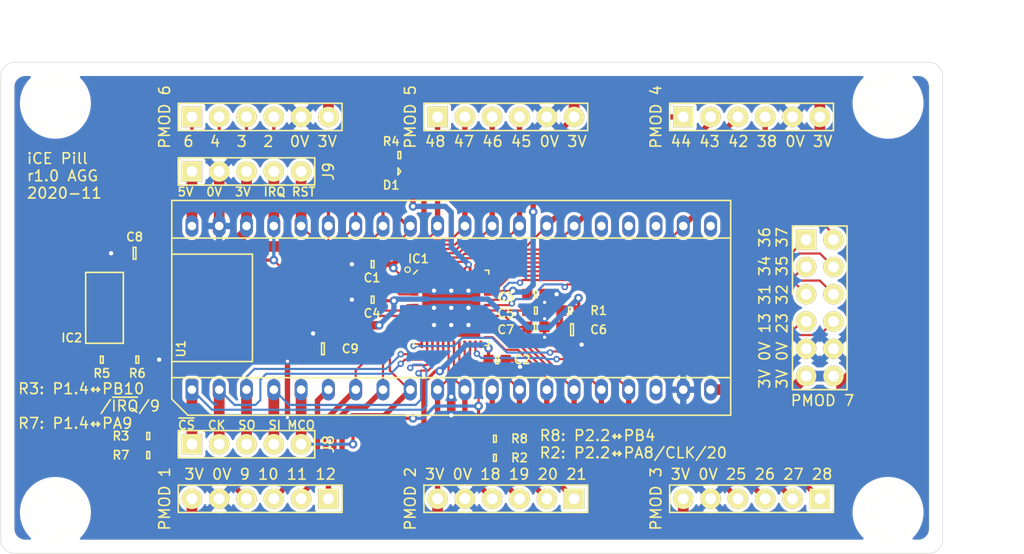
<source format=kicad_pcb>
(kicad_pcb (version 20221018) (generator pcbnew)
  (title_block (title "iCE Pill") (date "2020-11-07") (rev "1") (comment 1 "Drawn by: AG") (comment 2 "License: CC0"))
  (layers (0 "F.Cu" signal) (31 "B.Cu" signal) (34 "B.Paste" user) (35 "F.Paste" user) (36 "B.SilkS" user "B.Silkscreen") (37 "F.SilkS" user "F.Silkscreen") (38 "B.Mask" user) (39 "F.Mask" user) (44 "Edge.Cuts" user))
  (net 0 "")
  (net 1 "GND")
  (net 2 "3v3")
  (net 3 "1v2")
  (net 4 "Net-(C6-Pad1)")
  (net 5 "/C_SI")
  (net 6 "/C_~{CS}")
  (net 7 "/C_CK")
  (net 8 "/C_SO")
  (net 9 "/C_~{RST}")
  (net 10 "/F_~{IRQ}")
  (net 11 "/F_CLK")
  (net 12 "/5V")
  (net 13 "/P1_4")
  (net 14 "/P1_3")
  (net 15 "/P1_2")
  (net 16 "/P1_1")
  (net 17 "/P2_4")
  (net 18 "/P2_3")
  (net 19 "/P2_2")
  (net 20 "/P2_1")
  (net 21 "/P3_4")
  (net 22 "/P3_3")
  (net 23 "/P3_2")
  (net 24 "/P3_1")
  (net 25 "/P4_4")
  (net 26 "/P4_3")
  (net 27 "/P4_2")
  (net 28 "/P4_1")
  (net 29 "/P5_4")
  (net 30 "/P5_3")
  (net 31 "/P5_2")
  (net 32 "/P5_1")
  (net 33 "/P6_4")
  (net 34 "/P6_3")
  (net 35 "/P6_2")
  (net 36 "/P6_1")
  (net 37 "/P7_10")
  (net 38 "/P7_4")
  (net 39 "/P7_9")
  (net 40 "/P7_3")
  (net 41 "/P7_8")
  (net 42 "/P7_2")
  (net 43 "/P7_7")
  (net 44 "/P7_1")
  (net 45 "Net-(D1-Pad1)")
  (net 46 "Net-(D1-Pad2)")
  (net 47 "Net-(IC1-Pad7)")
  (net 48 "Net-(IC1-Pad41)")
  (net 49 "Net-(U1-Pad18)")
  (net 50 "Net-(U1-Pad21)")
  (net 51 "Net-(U1-Pad25)")
  (net 52 "Net-(IC2-Pad1)")
  (net 53 "Net-(U1-Pad24)")
  (net 54 "Net-(U1-Pad23)")
  (net 55 "Net-(R7-Pad2)")
  (net 56 "Net-(R8-Pad2)")
  (footprint "icepill:0603" (layer "F.Cu") (at 96.9772 78.5368)
    (fp_text reference "C2")
    (fp_text value "100n")
  )
  (footprint "icepill:0603" (layer "F.Cu") (at 100.584 72.39)
    (fp_text reference "C3")
    (fp_text value "100n")
  )
  (footprint "icepill:0603" (layer "F.Cu") (at 100.584 73.914)
    (fp_text reference "C5")
    (fp_text value "100n")
  )
  (footprint "icepill:0805" (layer "F.Cu") (at 103.9495 75.692)
    (fp_text reference "C6")
    (fp_text value "10µ")
  )
  (footprint "icepill:0603" (layer "F.Cu") (at 100.584 75.438)
    (fp_text reference "C7")
    (fp_text value "100n")
  )
  (footprint "icepill:Lattice-SG48" (layer "F.Cu") (at 92.71 73.66)
    (fp_text reference "IC1")
    (fp_text value "iCE40UP5K-SG48")
  )
  (footprint "icepill:SIL-254P-05" (layer "F.Cu") (at 73.66 86.36)
    (fp_text reference "J8")
    (fp_text value "FPGA_A")
  )
  (footprint "icepill:SIL-254P-05" (layer "F.Cu") (at 73.66 60.96)
    (fp_text reference "J9")
    (fp_text value "FPGA_B")
  )
  (footprint "icepill:0603" (layer "F.Cu") (at 103.759 73.914 180)
    (fp_text reference "R1")
    (fp_text value "100")
  )
  (footprint "icepill:M3_MOUNT" (layer "F.Cu") (at 55.88 92.71)
    (fp_text reference "X1" hide)
    (fp_text value "M3_MOUNT" hide)
  )
  (footprint "icepill:M3_MOUNT" (layer "F.Cu") (at 133.35 92.71)
    (fp_text reference "X2" hide)
    (fp_text value "M3_MOUNT" hide)
  )
  (footprint "icepill:M3_MOUNT" (layer "F.Cu") (at 133.35 54.61)
    (fp_text reference "X3" hide)
    (fp_text value "M3_MOUNT" hide)
  )
  (footprint "icepill:M3_MOUNT" (layer "F.Cu") (at 55.88 54.61)
    (fp_text reference "X4" hide)
    (fp_text value "M3_MOUNT" hide)
  )
  (footprint "icepill:0805" (layer "F.Cu") (at 63.246 68.58 180)
    (fp_text reference "C8")
    (fp_text value "10µ")
  )
  (footprint "icepill:DIL-254P-12" (layer "F.Cu") (at 127 73.66 -90)
    (fp_text reference "J7")
    (fp_text value "PMOD_7")
  )
  (footprint "icepill:SIL-254P-06" (layer "F.Cu") (at 74.93 91.44 180)
    (fp_text reference "J1")
    (fp_text value "PMOD_1")
  )
  (footprint "icepill:SIL-254P-06" (layer "F.Cu") (at 97.79 91.44 180)
    (fp_text reference "J2")
    (fp_text value "PMOD_2")
  )
  (footprint "icepill:SIL-254P-06" (layer "F.Cu") (at 120.65 91.44 180)
    (fp_text reference "J3")
    (fp_text value "PMOD_3")
  )
  (footprint "icepill:SIL-254P-06" (layer "F.Cu") (at 120.65 55.88)
    (fp_text reference "J4")
    (fp_text value "PMOD_4")
  )
  (footprint "icepill:SIL-254P-06" (layer "F.Cu") (at 97.79 55.88)
    (fp_text reference "J5")
    (fp_text value "PMOD_5")
  )
  (footprint "icepill:SIL-254P-06" (layer "F.Cu") (at 74.93 55.88)
    (fp_text reference "J6")
    (fp_text value "PMOD_6")
  )
  (footprint "icepill:BlackPill" (layer "F.Cu") (at 92.71 73.66 90)
    (fp_text reference "U1")
    (fp_text value "BlackPill")
  )
  (footprint "icepill:0603" (layer "F.Cu") (at 96.774 85.852 180)
    (fp_text reference "R8")
    (fp_text value "DNF")
  )
  (footprint "icepill:0603" (layer "F.Cu") (at 85.3948 69.596 180)
    (fp_text reference "C1")
    (fp_text value "100n")
  )
  (footprint "icepill:0603" (layer "F.Cu") (at 85.3948 72.898 180)
    (fp_text reference "C4")
    (fp_text value "100n")
  )
  (footprint "icepill:0603" (layer "F.Cu") (at 64.516 87.376)
    (fp_text reference "R7")
    (fp_text value "DNF")
  )
  (footprint "icepill:0603" (layer "F.Cu") (at 96.774 87.63)
    (fp_text reference "R2")
    (fp_text value "0")
  )
  (footprint "icepill:0603" (layer "F.Cu") (at 64.516 85.598 180)
    (fp_text reference "R3")
    (fp_text value "0")
  )
  (footprint "icepill:0603" (layer "F.Cu") (at 87.884 59.436 180)
    (fp_text reference "R4")
    (fp_text value "100")
  )
  (footprint "icepill:0603-LED" (layer "F.Cu") (at 87.884 60.96 180)
    (fp_text reference "D1")
    (fp_text value "LED")
  )
  (footprint "icepill:SOT223" (layer "F.Cu") (at 63.5 73.66 90)
    (fp_text reference "IC2")
    (fp_text value "AZ1117H-1.2" hide)
  )
  (footprint "icepill:0603" (layer "F.Cu") (at 60.198 78.486)
    (fp_text reference "R5")
    (fp_text value "DNF")
  )
  (footprint "icepill:0603" (layer "F.Cu") (at 63.5 78.486)
    (fp_text reference "R6")
    (fp_text value "0")
  )
  (footprint "icepill:0805" (layer "F.Cu") (at 80.772 77.47 180)
    (fp_text reference "C9")
    (fp_text value "10µ")
  )
  (gr_circle (center 88.646 70.104) (end 88.9 70.104) (stroke (width 0.12)) (fill none) (layer "F.SilkS"))
  (gr_line (start 50.8 95.25) (end 50.8 52.07) (stroke (width 0.05)) (layer "Edge.Cuts"))
  (gr_line (start 138.43 52.07) (end 138.43 95.25) (stroke (width 0.05)) (layer "Edge.Cuts"))
  (gr_arc (start 50.8 52.07) (mid 51.171974 51.171974) (end 52.07 50.8) (stroke (width 0.05)) (layer "Edge.Cuts"))
  (gr_line (start 137.16 96.52) (end 52.07 96.52) (stroke (width 0.05)) (layer "Edge.Cuts"))
  (gr_line (start 52.07 50.8) (end 137.16 50.8) (stroke (width 0.05)) (layer "Edge.Cuts"))
  (gr_arc (start 137.16 50.8) (mid 138.058026 51.171974) (end 138.43 52.07) (stroke (width 0.05)) (layer "Edge.Cuts"))
  (gr_arc (start 52.07 96.52) (mid 51.171974 96.148026) (end 50.8 95.25) (stroke (width 0.05)) (layer "Edge.Cuts"))
  (gr_arc (start 138.43 95.25) (mid 138.058026 96.148026) (end 137.16 96.52) (stroke (width 0.05)) (layer "Edge.Cuts"))
  (gr_text "R3: P1.4⇿PB10\n          /~{IRQ}/9\nR7: P1.4⇿PA9" (at 52.324 82.804) (layer "F.SilkS") (effects (font (size 1 1)) (justify left)))
  (gr_text "PMOD 2" (at 88.9 91.44 90) (layer "F.SilkS") (effects (font (size 1 1))))
  (gr_text "PMOD 3" (at 111.76 91.44 90) (layer "F.SilkS") (effects (font (size 1 1))))
  (gr_text "PMOD 4" (at 111.76 55.88 90) (layer "F.SilkS") (effects (font (size 1 1))))
  (gr_text "PMOD 5" (at 88.9 55.88 90) (layer "F.SilkS") (effects (font (size 1 1))))
  (gr_text "PMOD 6" (at 66.04 55.88 90) (layer "F.SilkS") (effects (font (size 1 1))))
  (gr_text "PMOD 7" (at 127.254 82.296) (layer "F.SilkS") (effects (font (size 1 1))))
  (gr_text "48 47 46 45 0V 3V" (at 97.79 58.166) (layer "F.SilkS") (effects (font (size 1 1))))
  (gr_text "44 43 42 38 0V 3V" (at 120.65 58.166) (layer "F.SilkS") (effects (font (size 1 1))))
  (gr_text "3V 0V 18 19 20 21" (at 97.79 89.154) (layer "F.SilkS") (effects (font (size 1 1))))
  (gr_text "3V 0V 25 26 27 28" (at 120.65 89.154) (layer "F.SilkS") (effects (font (size 1 1))))
  (gr_text "3V 0V 9 10 11 12" (at 74.93 89.154) (layer "F.SilkS") (effects (font (size 1 1))))
  (gr_text "3V 0V 13 31 34 36\n3V 0V 23 32 35 37" (at 122.682 73.66 90) (layer "F.SilkS") (effects (font (size 1 1))))
  (gr_text "5V  0V  3V  ~{IRQ} ~{RST}" (at 73.66 62.865) (layer "F.SilkS") (effects (font (size 0.8 0.8))))
  (gr_text "~{CS}  CK  SO  SI MCO" (at 73.66 84.582) (layer "F.SilkS") (effects (font (size 0.8 0.8))))
  (gr_text "R8: P2.2⇿PB4\nR2: P2.2⇿PA8/CLK/20" (at 100.838 86.36) (layer "F.SilkS") (effects (font (size 1 1)) (justify left)))
  (gr_text "PMOD 1" (at 66.04 91.44 90) (layer "F.SilkS") (effects (font (size 1 1))))
  (gr_text "6  4  3  2  0V 3V" (at 74.93 58.166) (layer "F.SilkS") (effects (font (size 1 1))))
  (gr_text "iCE Pill\nr1.0 AGG\n2020-11" (at 53.1368 61.3664) (layer "F.SilkS") (effects (font (size 1 1)) (justify left)))
  (segment (start 98.9584 78.9432) (end 98.9584 78.994) (width 0.3) (layer "F.Cu") (net 1))
  (segment (start 97.7772 78.5368) (end 98.552 78.5368) (width 0.3) (layer "F.Cu") (net 1))
  (segment (start 104.8495 75.692) (end 104.8495 77.078) (width 0.3) (layer "F.Cu") (net 1))
  (segment (start 101.384 74.6632) (end 101.3968 74.676) (width 0.3) (layer "F.Cu") (net 1))
  (segment (start 101.384 75.438) (end 101.384 76.3904) (width 0.3) (layer "F.Cu") (net 1))
  (segment (start 84.5948 72.898) (end 83.4644 72.898) (width 0.3) (layer "F.Cu") (net 1))
  (segment (start 101.384 72.39) (end 102.5144 72.39) (width 0.3) (layer "F.Cu") (net 1))
  (segment (start 101.384 74.638) (end 101.384 74.6632) (width 0.3) (layer "F.Cu") (net 1))
  (segment (start 104.8495 77.078) (end 104.8385 77.089) (width 0.3) (layer "F.Cu") (net 1))
  (segment (start 79.872 76.062) (end 79.8576 76.0476) (width 0.8) (layer "F.Cu") (net 1))
  (segment (start 71.12 60.96) (end 71.12 66.04) (width 1) (layer "F.Cu") (net 1))
  (segment (start 79.872 77.47) (end 79.872 76.062) (width 0.8) (layer "F.Cu") (net 1))
  (segment (start 64.3 78.486) (end 65.532 78.486) (width 0.5) (layer "F.Cu") (net 1))
  (segment (start 98.9584 78.994) (end 99.1108 79.1464) (width 0.3) (layer "F.Cu") (net 1))
  (segment (start 84.5948 69.596) (end 83.4644 69.596) (width 0.3) (layer "F.Cu") (net 1))
  (segment (start 101.384 73.1392) (end 101.3968 73.152) (width 0.3) (layer "F.Cu") (net 1))
  (segment (start 101.384 76.3904) (end 101.3968 76.4032) (width 0.3) (layer "F.Cu") (net 1))
  (segment (start 101.384 73.914) (end 101.384 74.638) (width 0.3) (layer "F.Cu") (net 1))
  (segment (start 101.384 73.1392) (end 101.384 73.914) (width 0.3) (layer "F.Cu") (net 1))
  (segment (start 62.346 68.58) (end 61.0616 68.58) (width 0.8) (layer "F.Cu") (net 1))
  (segment (start 98.552 78.5368) (end 98.9584 78.9432) (width 0.3) (layer "F.Cu") (net 1))
  (segment (start 101.384 74.638) (end 101.384 75.438) (width 0.3) (layer "F.Cu") (net 1))
  (segment (start 92.71 81.9404) (end 92.71 83.6676) (width 0.8) (layer "F.Cu") (net 1))
  (segment (start 101.384 72.39) (end 101.384 73.1392) (width 0.3) (layer "F.Cu") (net 1))
  (segment (start 77.47 78.6384) (end 77.47 83.8708) (width 0.5) (layer "F.Cu") (net 1))
  (via (at 61.0616 68.58) (size 0.8) (drill 0.4) (layers "F.Cu" "B.Cu") (net 1))
  (via (at 102.5144 72.39) (size 0.8) (drill 0.4) (layers "F.Cu" "B.Cu") (net 1))
  (via (at 101.3968 73.152) (size 0.6) (drill 0.3) (layers "F.Cu" "B.Cu") (net 1))
  (via (at 65.532 78.486) (size 0.8) (drill 0.4) (layers "F.Cu" "B.Cu") (net 1))
  (via (at 104.8385 77.089) (size 0.8) (drill 0.4) (layers "F.Cu" "B.Cu") (net 1))
  (via (at 77.47 83.8708) (size 0.6) (drill 0.3) (layers "F.Cu" "B.Cu") (net 1))
  (via (at 79.8576 76.0476) (size 0.8) (drill 0.4) (layers "F.Cu" "B.Cu") (net 1))
  (via (at 83.4644 69.596) (size 0.8) (drill 0.4) (layers "F.Cu" "B.Cu") (net 1))
  (via (at 101.3968 76.4032) (size 0.6) (drill 0.3) (layers "F.Cu" "B.Cu") (net 1))
  (via (at 99.1108 79.1464) (size 0.8) (drill 0.4) (layers "F.Cu" "B.Cu") (net 1))
  (via (at 83.4644 72.898) (size 0.8) (drill 0.4) (layers "F.Cu" "B.Cu") (net 1))
  (via (at 77.47 78.6384) (size 0.6) (drill 0.3) (layers "F.Cu" "B.Cu") (net 1))
  (via (at 92.71 81.9404) (size 0.8) (drill 0.4) (layers "F.Cu" "B.Cu") (net 1))
  (via (at 101.3968 74.676) (size 0.6) (drill 0.3) (layers "F.Cu" "B.Cu") (net 1))
  (via (at 92.71 83.6676) (size 0.8) (drill 0.4) (layers "F.Cu" "B.Cu") (net 1))
  (segment (start 98.3996 72.0852) (end 99.4792 72.0852) (width 0.2) (layer "F.Cu") (net 2))
  (segment (start 126.0348 53.6448) (end 127 54.61) (width 1) (layer "F.Cu") (net 2))
  (segment (start 91.6432 93.726) (end 114.2492 93.726) (width 1) (layer "F.Cu") (net 2))
  (segment (start 89.3572 53.6448) (end 81.2292 53.6448) (width 1) (layer "F.Cu") (net 2))
  (segment (start 91.44 91.44) (end 91.44 93.5228) (width 1) (layer "F.Cu") (net 2))
  (segment (start 100.33 59.69) (end 104.14 55.88) (width 0.5) (layer "F.Cu") (net 2))
  (segment (start 64.2476 68.4784) (end 64.146 68.58) (width 1) (layer "F.Cu") (net 2))
  (segment (start 90.17 66.7512) (end 90.17 59.436) (width 0.5) (layer "F.Cu") (net 2))
  (segment (start 88.2836 70.91) (end 87.3252 69.9516) (width 0.2) (layer "F.Cu") (net 2))
  (segment (start 95.8052 77.06) (end 96.1772 77.432) (width 0.2) (layer "F.Cu") (net 2))
  (segment (start 72.263 67.945) (end 66.167 67.945) (width 1) (layer "F.Cu") (net 2))
  (segment (start 89.31 70.91) (end 88.2836 70.91) (width 0.2) (layer "F.Cu") (net 2))
  (segment (start 65.6844 54.4576) (end 65.6844 68.4276) (width 1) (layer "F.Cu") (net 2))
  (segment (start 68.58 93.0148) (end 69.2912 93.726) (width 1) (layer "F.Cu") (net 2))
  (segment (start 89.5096 53.7972) (end 89.3572 53.6448) (width 0.5) (layer "F.Cu") (net 2))
  (segment (start 128.27 93.726) (end 129.032 92.964) (width 1) (layer "F.Cu") (net 2))
  (segment (start 65.6844 68.4276) (end 65.6336 68.4784) (width 1) (layer "F.Cu") (net 2))
  (segment (start 87.3252 69.596) (end 90.17 66.7512) (width 0.5) (layer "F.Cu") (net 2))
  (segment (start 90.17 86.6648) (end 90.17 80.518) (width 0.5) (layer "F.Cu") (net 2))
  (segment (start 103.9876 53.6448) (end 126.0348 53.6448) (width 1) (layer "F.Cu") (net 2))
  (segment (start 89.5096 57.3532) (end 89.5096 53.7972) (width 0.5) (layer "F.Cu") (net 2))
  (segment (start 94.7928 78.7908) (end 95.9232 78.7908) (width 0.2) (layer "F.Cu") (net 2))
  (segment (start 127 54.61) (end 127 55.88) (width 1) (layer "F.Cu") (net 2))
  (segment (start 125.73 80.01) (end 128.27 80.01) (width 1) (layer "F.Cu") (net 2))
  (segment (start 100.33 64.7192) (end 100.33 59.69) (width 0.5) (layer "F.Cu") (net 2))
  (segment (start 114.3 91.44) (end 114.3 93.6752) (width 1) (layer "F.Cu") (net 2))
  (segment (start 68.58 91.44) (end 68.58 93.0148) (width 1) (layer "F.Cu") (net 2))
  (segment (start 91.44 87.9348) (end 90.17 86.6648) (width 0.5) (layer "F.Cu") (net 2))
  (segment (start 66.167 67.945) (end 65.6336 68.4784) (width 1) (layer "F.Cu") (net 2))
  (segment (start 99.4792 72.0852) (end 99.784 72.39) (width 0.2) (layer "F.Cu") (net 2))
  (segment (start 86.9696 69.596) (end 87.3252 69.9516) (width 0.5) (layer "F.Cu") (net 2))
  (segment (start 129.032 92.964) (end 129.032 80.772) (width 1) (layer "F.Cu") (net 2))
  (segment (start 124.46 81.28) (end 125.73 80.01) (width 1) (layer "F.Cu") (net 2))
  (segment (start 94.46 77.06) (end 94.46 78.458) (width 0.2) (layer "F.Cu") (net 2))
  (segment (start 104.14 53.7972) (end 103.9876 53.6448) (width 1) (layer "F.Cu") (net 2))
  (segment (start 73.66 60.96) (end 73.66 66.04) (width 1) (layer "F.Cu") (net 2))
  (segment (start 96.11 72.41) (end 97.0588 72.41) (width 0.2) (layer "F.Cu") (net 2))
  (segment (start 73.66 66.04) (end 73.66 66.548) (width 1) (layer "F.Cu") (net 2))
  (segment (start 91.2368 79.5528) (end 91.6432 79.5528) (width 0.3) (layer "F.Cu") (net 2))
  (segment (start 86.1948 69.596) (end 86.9696 69.596) (width 0.5) (layer "F.Cu") (net 2))
  (segment (start 90.2716 80.518) (end 91.2368 79.5528) (width 0.3) (layer "F.Cu") (net 2))
  (segment (start 90.17 80.518) (end 90.2716 80.518) (width 0.3) (layer "F.Cu") (net 2))
  (segment (start 97.0588 72.41) (end 97.3836 72.0852) (width 0.2) (layer "F.Cu") (net 2))
  (segment (start 69.2912 93.726) (end 91.6432 93.726) (width 1) (layer "F.Cu") (net 2))
  (segment (start 103.9876 53.6448) (end 89.3572 53.6448) (width 1) (layer "F.Cu") (net 2))
  (segment (start 64.146 68.58) (end 64.146 70.714) (width 1) (layer "F.Cu") (net 2))
  (segment (start 94.46 78.458) (end 94.7928 78.7908) (width 0.2) (layer "F.Cu") (net 2))
  (segment (start 98.3996 72.0852) (end 98.4504 72.0852) (width 0.2) (layer "F.Cu") (net 2))
  (segment (start 91.44 91.44) (end 91.44 87.9348) (width 0.5) (layer "F.Cu") (net 2))
  (segment (start 90.17 58.0136) (end 89.5096 57.3532) (width 0.5) (layer "F.Cu") (net 2))
  (segment (start 114.3 93.6752) (end 114.2492 93.726) (width 1) (layer "F.Cu") (net 2))
  (segment (start 95.9232 78.7908) (end 96.1772 78.5368) (width 0.2) (layer "F.Cu") (net 2))
  (segment (start 66.4972 53.6448) (end 65.6844 54.4576) (width 1) (layer "F.Cu") (net 2))
  (segment (start 91.44 93.5228) (end 91.6432 93.726) (width 1) (layer "F.Cu") (net 2))
  (segment (start 104.14 55.88) (end 104.14 53.7972) (width 1) (layer "F.Cu") (net 2))
  (segment (start 65.6336 68.4784) (end 64.2476 68.4784) (width 1) (layer "F.Cu") (net 2))
  (segment (start 130.7592 65.024) (end 130.7592 79.0448) (width 1) (layer "F.Cu") (net 2))
  (segment (start 64.146 70.714) (end 63.5 71.36) (width 1) (layer "F.Cu") (net 2))
  (segment (start 95.46 77.06) (end 95.8052 77.06) (width 0.2) (layer "F.Cu") (net 2))
  (segment (start 114.2492 93.726) (end 128.27 93.726) (width 1) (layer "F.Cu") (net 2))
  (segment (start 127 61.2648) (end 130.7592 65.024) (width 1) (layer "F.Cu") (net 2))
  (segment (start 96.1772 77.432) (end 96.1772 78.5368) (width 0.3) (layer "F.Cu") (net 2))
  (segment (start 130.7592 79.0448) (end 129.032 80.772) (width 1) (layer "F.Cu") (net 2))
  (segment (start 97.3836 72.0852) (end 98.2472 72.0852) (width 0.2) (layer "F.Cu") (net 2))
  (segment (start 81.2292 53.6448) (end 66.4972 53.6448) (width 1) (layer "F.Cu") (net 2))
  (segment (start 98.2472 72.0852) (end 98.3996 72.0852) (width 0.2) (layer "F.Cu") (net 2))
  (segment (start 86.1948 69.596) (end 87.3252 69.596) (width 0.5) (layer "F.Cu") (net 2))
  (segment (start 129.032 80.772) (end 128.27 80.01) (width 1) (layer "F.Cu") (net 2))
  (segment (start 81.28 53.6956) (end 81.2292 53.6448) (width 1) (layer "F.Cu") (net 2))
  (segment (start 88.684 59.436) (end 90.17 59.436) (width 0.5) (layer "F.Cu") (net 2))
  (segment (start 73.66 66.548) (end 72.263 67.945) (width 1) (layer "F.Cu") (net 2))
  (segment (start 87.3252 69.9516) (end 87.3252 69.596) (width 0.5) (layer "F.Cu") (net 2))
  (segment (start 127 55.88) (end 127 61.2648) (width 1) (layer "F.Cu") (net 2))
  (segment (start 90.17 59.436) (end 90.17 58.0136) (width 0.5) (layer "F.Cu") (net 2))
  (segment (start 81.28 55.88) (end 81.28 53.6956) (width 1) (layer "F.Cu") (net 2))
  (segment (start 116.84 81.28) (end 124.46 81.28) (width 1) (layer "F.Cu") (net 2))
  (via (at 87.3252 69.9516) (size 0.8) (drill 0.4) (layers "F.Cu" "B.Cu") (net 2))
  (via (at 100.33 64.7192) (size 0.8) (drill 0.4) (layers "F.Cu" "B.Cu") (net 2))
  (via (at 91.6432 79.5528) (size 0.8) (drill 0.4) (layers "F.Cu" "B.Cu") (net 2))
  (via (at 96.1772 77.432) (size 0.8) (drill 0.4) (layers "F.Cu" "B.Cu") (net 2))
  (via (at 98.4504 72.0852) (size 0.8) (drill 0.4) (layers "F.Cu" "B.Cu") (net 2))
  (segment (start 100.33 71.5264) (end 99.6696 72.1868) (width 0.5) (layer "B.Cu") (net 2))
  (segment (start 100.33 64.7192) (end 100.33 71.5264) (width 0.5) (layer "B.Cu") (net 2))
  (segment (start 96.1772 77.432) (end 95.8596 77.1144) (width 0.5) (layer "B.Cu") (net 2))
  (segment (start 95.8596 77.1144) (end 94.0816 77.1144) (width 0.5) (layer "B.Cu") (net 2))
  (segment (start 99.6696 72.1868) (end 98.552 72.1868) (width 0.5) (layer "B.Cu") (net 2))
  (segment (start 128.27 80.01) (end 125.73 80.01) (width 1) (layer "B.Cu") (net 2))
  (segment (start 98.552 72.1868) (end 98.4504 72.0852) (width 0.5) (layer "B.Cu") (net 2))
  (segment (start 94.0816 77.1144) (end 91.6432 79.5528) (width 0.5) (layer "B.Cu") (net 2))
  (segment (start 98.6496 73.91) (end 98.6496 74.172) (width 0.2) (layer "F.Cu") (net 3))
  (segment (start 98.802 73.91) (end 98.9036 73.91) (width 0.2) (layer "F.Cu") (net 3))
  (segment (start 104.559 73.914) (end 104.559 72.7582) (width 0.3) (layer "F.Cu") (net 3))
  (segment (start 77.3938 67.945) (end 74.422 67.945) (width 1) (layer "F.Cu") (net 3))
  (segment (start 86.144 72.9996) (end 86.0424 72.898) (width 0.2) (layer "F.Cu") (net 3))
  (segment (start 98.9036 73.91) (end 98.9076 73.914) (width 0.2) (layer "F.Cu") (net 3))
  (segment (start 74.422 67.945) (end 72.898 69.469) (width 1) (layer "F.Cu") (net 3))
  (segment (start 59.398 77.686) (end 58.928 77.216) (width 0.3) (layer "F.Cu") (net 3))
  (segment (start 79.9592 73.5076) (end 79.9592 70.5104) (width 0.8) (layer "F.Cu") (net 3))
  (segment (start 87.376 72.9996) (end 86.144 72.9996) (width 0.3) (layer "F.Cu") (net 3))
  (segment (start 81.672 75.3508) (end 81.7372 75.2856) (width 0.8) (layer "F.Cu") (net 3))
  (segment (start 89.31 72.91) (end 87.4656 72.91) (width 0.2) (layer "F.Cu") (net 3))
  (segment (start 65.024 73.66) (end 63.5 73.66) (width 1) (layer "F.Cu") (net 3))
  (segment (start 96.11 73.91) (end 98.6496 73.91) (width 0.2) (layer "F.Cu") (net 3))
  (segment (start 63.5 73.66) (end 57.4 73.66) (width 1) (layer "F.Cu") (net 3))
  (segment (start 66.675 69.469) (end 65.786 70.358) (width 1) (layer "F.Cu") (net 3))
  (segment (start 65.786 72.898) (end 65.024 73.66) (width 1) (layer "F.Cu") (net 3))
  (segment (start 59.398 78.486) (end 59.398 77.686) (width 0.3) (layer "F.Cu") (net 3))
  (segment (start 98.9076 73.914) (end 99.784 73.914) (width 0.2) (layer "F.Cu") (net 3))
  (segment (start 81.672 77.47) (end 81.672 75.3508) (width 0.8) (layer "F.Cu") (net 3))
  (segment (start 78.74 69.2912) (end 77.3938 67.945) (width 1) (layer "F.Cu") (net 3))
  (segment (start 65.786 70.358) (end 65.786 72.898) (width 1) (layer "F.Cu") (net 3))
  (segment (start 72.898 69.469) (end 66.675 69.469) (width 1) (layer "F.Cu") (net 3))
  (segment (start 98.6496 73.91) (end 98.802 73.91) (width 0.2) (layer "F.Cu") (net 3))
  (segment (start 79.9592 70.5104) (end 78.74 69.2912) (width 0.8) (layer "F.Cu") (net 3))
  (segment (start 98.6496 74.172) (end 98.6028 74.2188) (width 0.2) (layer "F.Cu") (net 3))
  (segment (start 87.4656 72.91) (end 87.376 72.9996) (width 0.2) (layer "F.Cu") (net 3))
  (segment (start 104.559 72.7582) (end 104.5464 72.7456) (width 0.3) (layer "F.Cu") (net 3))
  (segment (start 86.0044 75.2856) (end 81.7372 75.2856) (width 0.8) (layer "F.Cu") (net 3))
  (segment (start 81.7372 75.2856) (end 79.9592 73.5076) (width 0.8) (layer "F.Cu") (net 3))
  (via (at 98.6028 74.2188) (size 0.8) (drill 0.4) (layers "F.Cu" "B.Cu") (net 3))
  (via (at 87.376 72.9996) (size 0.8) (drill 0.4) (layers "F.Cu" "B.Cu") (net 3))
  (via (at 104.5464 72.7456) (size 0.8) (drill 0.4) (layers "F.Cu" "B.Cu") (net 3))
  (via (at 86.0044 75.2856) (size 0.8) (drill 0.4) (layers "F.Cu" "B.Cu") (net 3))
  (segment (start 101.8032 75.4888) (end 104.5464 72.7456) (width 0.5) (layer "B.Cu") (net 3))
  (segment (start 87.5284 72.8472) (end 87.376 72.9996) (width 0.5) (layer "B.Cu") (net 3))
  (segment (start 98.6028 74.2188) (end 99.8728 75.4888) (width 0.5) (layer "B.Cu") (net 3))
  (segment (start 98.6028 74.2188) (end 97.4852 74.2188) (width 0.5) (layer "B.Cu") (net 3))
  (segment (start 87.376 73.914) (end 86.0044 75.2856) (width 0.5) (layer "B.Cu") (net 3))
  (segment (start 99.8728 75.4888) (end 101.8032 75.4888) (width 0.5) (layer "B.Cu") (net 3))
  (segment (start 90.4748 72.8472) (end 87.5284 72.8472) (width 0.5) (layer "B.Cu") (net 3))
  (segment (start 87.376 72.9996) (end 87.376 73.914) (width 0.5) (layer "B.Cu") (net 3))
  (segment (start 96.1136 72.8472) (end 94.8436 72.8472) (width 0.5) (layer "B.Cu") (net 3))
  (segment (start 97.4852 74.2188) (end 96.1136 72.8472) (width 0.5) (layer "B.Cu") (net 3))
  (segment (start 94.8436 72.8472) (end 90.4748 72.8472) (width 0.3) (layer "B.Cu") (net 3))
  (segment (start 99.784 75.8572) (end 101.0412 77.1144) (width 0.3) (layer "F.Cu") (net 4))
  (segment (start 101.0412 77.1144) (end 102.6541 77.1144) (width 0.3) (layer "F.Cu") (net 4))
  (segment (start 97.6764 74.41) (end 98.7044 75.438) (width 0.2) (layer "F.Cu") (net 4))
  (segment (start 102.959 73.914) (end 102.959 75.6015) (width 0.3) (layer "F.Cu") (net 4))
  (segment (start 102.959 75.6015) (end 103.0495 75.692) (width 0.3) (layer "F.Cu") (net 4))
  (segment (start 98.7044 75.438) (end 99.784 75.438) (width 0.2) (layer "F.Cu") (net 4))
  (segment (start 102.6541 77.1144) (end 103.0495 76.719) (width 0.3) (layer "F.Cu") (net 4))
  (segment (start 99.784 75.438) (end 99.784 75.8572) (width 0.3) (layer "F.Cu") (net 4))
  (segment (start 96.11 74.41) (end 97.6764 74.41) (width 0.2) (layer "F.Cu") (net 4))
  (segment (start 103.0495 76.719) (end 103.0495 75.692) (width 0.3) (layer "F.Cu") (net 4))
  (segment (start 91.96 78.093) (end 90.551 79.502) (width 0.2) (layer "F.Cu") (net 5))
  (segment (start 90.551 79.502) (end 89.916 79.502) (width 0.2) (layer "F.Cu") (net 5))
  (segment (start 91.96 77.06) (end 91.96 78.093) (width 0.2) (layer "F.Cu") (net 5))
  (segment (start 89.916 79.502) (end 89.662 79.756) (width 0.2) (layer "F.Cu") (net 5))
  (segment (start 76.2 81.28) (end 76.2 86.36) (width 1) (layer "F.Cu") (net 5))
  (via (at 89.662 79.756) (size 0.6) (drill 0.3) (layers "F.Cu" "B.Cu") (net 5))
  (segment (start 89.9 82.2) (end 89.9 79.994) (width 0.2) (layer "B.Cu") (net 5))
  (segment (start 89.662 79.756) (end 89.518 79.9) (width 0.2) (layer "B.Cu") (net 5))
  (segment (start 89.4 82.7) (end 89.9 82.2) (width 0.2) (layer "B.Cu") (net 5))
  (segment (start 76.2 81.28) (end 77.62 82.7) (width 0.2) (layer "B.Cu") (net 5))
  (segment (start 89.9 79.994) (end 89.662 79.756) (width 0.2) (layer "B.Cu") (net 5))
  (segment (start 77.62 82.7) (end 89.4 82.7) (width 0.2) (layer "B.Cu") (net 5))
  (segment (start 90.424 78.994) (end 89.154 78.994) (width 0.2) (layer "F.Cu") (net 6))
  (segment (start 68.58 86.36) (end 68.58 81.28) (width 1) (layer "F.Cu") (net 6))
  (segment (start 89.154 78.994) (end 88.9 79.248) (width 0.2) (layer "F.Cu") (net 6))
  (segment (start 91.46 77.958) (end 90.424 78.994) (width 0.2) (layer "F.Cu") (net 6))
  (segment (start 91.46 77.06) (end 91.46 77.958) (width 0.2) (layer "F.Cu") (net 6))
  (via (at 88.9 79.248) (size 0.6) (drill 0.3) (layers "F.Cu" "B.Cu") (net 6))
  (segment (start 89.948001 78.948001) (end 89.199999 78.948001) (width 0.2) (layer "B.Cu") (net 6))
  (segment (start 70.45 83.15) (end 90.05 83.15) (width 0.2) (layer "B.Cu") (net 6))
  (segment (start 68.58 81.28) (end 70.45 83.15) (width 0.2) (layer "B.Cu") (net 6))
  (segment (start 90.4 82.8) (end 90.4 79.4) (width 0.2) (layer "B.Cu") (net 6))
  (segment (start 90.4 79.4) (end 89.948001 78.948001) (width 0.2) (layer "B.Cu") (net 6))
  (segment (start 89.199999 78.948001) (end 88.9 79.248) (width 0.2) (layer "B.Cu") (net 6))
  (segment (start 90.05 83.15) (end 90.4 82.8) (width 0.2) (layer "B.Cu") (net 6))
  (segment (start 90.297 78.486) (end 88.392 78.486) (width 0.2) (layer "F.Cu") (net 7))
  (segment (start 90.96 77.823) (end 90.297 78.486) (width 0.2) (layer "F.Cu") (net 7))
  (segment (start 88.392 78.486) (end 88.011 78.867) (width 0.2) (layer "F.Cu") (net 7))
  (segment (start 71.12 81.28) (end 71.12 86.36) (width 1) (layer "F.Cu") (net 7))
  (segment (start 90.96 77.06) (end 90.96 77.823) (width 0.2) (layer "F.Cu") (net 7))
  (via (at 88.011 78.867) (size 0.6) (drill 0.3) (layers "F.Cu" "B.Cu") (net 7))
  (segment (start 87.078 79.8) (end 88.011 78.867) (width 0.2) (layer "B.Cu") (net 7))
  (segment (start 74.5 82.7) (end 74.95 82.25) (width 0.2) (layer "B.Cu") (net 7))
  (segment (start 75.5 79.8) (end 87.078 79.8) (width 0.2) (layer "B.Cu") (net 7))
  (segment (start 74.95 80.35) (end 75.5 79.8) (width 0.2) (layer "B.Cu") (net 7))
  (segment (start 74.95 82.25) (end 74.95 80.35) (width 0.2) (layer "B.Cu") (net 7))
  (segment (start 72.54 82.7) (end 74.5 82.7) (width 0.2) (layer "B.Cu") (net 7))
  (segment (start 71.12 81.28) (end 72.54 82.7) (width 0.2) (layer "B.Cu") (net 7))
  (segment (start 90.17 77.978) (end 88.011 77.978) (width 0.2) (layer "F.Cu") (net 8))
  (segment (start 90.46 77.688) (end 90.17 77.978) (width 0.2) (layer "F.Cu") (net 8))
  (segment (start 73.66 86.36) (end 73.66 81.28) (width 1) (layer "F.Cu") (net 8))
  (segment (start 90.46 77.06) (end 90.46 77.688) (width 0.2) (layer "F.Cu") (net 8))
  (via (at 88.011 77.978) (size 0.6) (drill 0.3) (layers "F.Cu" "B.Cu") (net 8))
  (segment (start 73.66 80.08) (end 73.66 81.28) (width 0.2) (layer "B.Cu") (net 8))
  (segment (start 74.39 79.35) (end 73.66 80.08) (width 0.2) (layer "B.Cu") (net 8))
  (segment (start 88.011 77.978) (end 86.639 79.35) (width 0.2) (layer "B.Cu") (net 8))
  (segment (start 86.639 79.35) (end 74.39 79.35) (width 0.2) (layer "B.Cu") (net 8))
  (segment (start 78.74 60.96) (end 78.74 66.04) (width 1) (layer "F.Cu") (net 9))
  (segment (start 82.1316 74.41) (end 80.8228 73.1012) (width 0.2) (layer "F.Cu") (net 9))
  (segment (start 80.8228 68.1228) (end 78.74 66.04) (width 0.2) (layer "F.Cu") (net 9))
  (segment (start 80.8228 73.1012) (end 80.8228 68.1228) (width 0.2) (layer "F.Cu") (net 9))
  (segment (start 89.31 74.41) (end 82.1316 74.41) (width 0.2) (layer "F.Cu") (net 9))
  (segment (start 76.2 60.96) (end 76.2 66.04) (width 1) (layer "F.Cu") (net 10))
  (segment (start 78.6892 78.8416) (end 78.486 78.6384) (width 0.2) (layer "F.Cu") (net 10))
  (segment (start 66.929 83.985) (end 65.316 85.598) (width 0.3) (layer "F.Cu") (net 10))
  (segment (start 89.31 74.91) (end 87.7008 74.91) (width 0.2) (layer "F.Cu") (net 10))
  (segment (start 74.676 69.215) (end 73.279 70.612) (width 0.3) (layer "F.Cu") (net 10))
  (segment (start 73.279 70.612) (end 67.564 70.612) (width 0.3) (layer "F.Cu") (net 10))
  (segment (start 87.7008 74.91) (end 83.7692 78.8416) (width 0.2) (layer "F.Cu") (net 10))
  (segment (start 83.7692 78.8416) (end 78.6892 78.8416) (width 0.2) (layer "F.Cu") (net 10))
  (segment (start 78.486 71.501) (end 76.2 69.215) (width 0.2) (layer "F.Cu") (net 10))
  (segment (start 67.564 70.612) (end 66.929 71.247) (width 0.3) (layer "F.Cu") (net 10))
  (segment (start 76.2 69.215) (end 74.676 69.215) (width 0.3) (layer "F.Cu") (net 10))
  (segment (start 66.929 71.247) (end 66.929 83.985) (width 0.3) (layer "F.Cu") (net 10))
  (segment (start 78.486 78.6384) (end 78.486 71.501) (width 0.2) (layer "F.Cu") (net 10))
  (via (at 76.2 69.215) (size 0.8) (drill 0.4) (layers "F.Cu" "B.Cu") (net 10))
  (segment (start 76.2 66.04) (end 76.2 69.215) (width 0.3) (layer "B.Cu") (net 10))
  (segment (start 87.249 83.947) (end 89.154 83.947) (width 0.3) (layer "F.Cu") (net 11))
  (segment (start 95.25 80.264) (end 95.25 82.804) (width 0.2) (layer "F.Cu") (net 11))
  (segment (start 95.25 83.566) (end 94.7928 84.0232) (width 0.3) (layer "F.Cu") (net 11))
  (segment (start 94.7928 84.0232) (end 94.7928 87.2236) (width 0.3) (layer "F.Cu") (net 11))
  (segment (start 93.98 79.883) (end 94.869 79.883) (width 0.2) (layer "F.Cu") (net 11))
  (segment (start 93.46 77.06) (end 93.46 79.363) (width 0.2) (layer "F.Cu") (net 11))
  (segment (start 94.869 79.883) (end 95.25 80.264) (width 0.2) (layer "F.Cu") (net 11))
  (segment (start 95.1992 87.63) (end 95.974 87.63) (width 0.3) (layer "F.Cu") (net 11))
  (segment (start 93.46 79.363) (end 93.98 79.883) (width 0.2) (layer "F.Cu") (net 11))
  (segment (start 94.7928 87.2236) (end 95.1992 87.63) (width 0.3) (layer "F.Cu") (net 11))
  (segment (start 86.741 84.455) (end 87.249 83.947) (width 0.3) (layer "F.Cu") (net 11))
  (segment (start 83.82 84.455) (end 86.741 84.455) (width 0.3) (layer "F.Cu") (net 11))
  (segment (start 78.74 81.28) (end 78.74 86.36) (width 1) (layer "F.Cu") (net 11))
  (segment (start 83.566 84.709) (end 83.82 84.455) (width 0.3) (layer "F.Cu") (net 11))
  (segment (start 95.25 82.804) (end 95.25 83.566) (width 0.3) (layer "F.Cu") (net 11))
  (segment (start 83.566 86.36) (end 83.566 84.709) (width 0.3) (layer "F.Cu") (net 11))
  (via (at 89.154 83.947) (size 0.8) (drill 0.4) (layers "F.Cu" "B.Cu") (net 11))
  (via (at 95.25 82.804) (size 0.8) (drill 0.4) (layers "F.Cu" "B.Cu") (net 11))
  (via (at 83.566 86.36) (size 0.8) (drill 0.4) (layers "F.Cu" "B.Cu") (net 11))
  (segment (start 91.186 82.804) (end 95.25 82.804) (width 0.3) (layer "B.Cu") (net 11))
  (segment (start 89.154 83.947) (end 90.043 83.947) (width 0.3) (layer "B.Cu") (net 11))
  (segment (start 90.043 83.947) (end 91.186 82.804) (width 0.3) (layer "B.Cu") (net 11))
  (segment (start 78.74 86.36) (end 83.566 86.36) (width 0.3) (layer "B.Cu") (net 11))
  (segment (start 68.58 66.04) (end 68.58 60.96) (width 1) (layer "F.Cu") (net 12))
  (segment (start 71.9328 89.7128) (end 65.1764 89.7128) (width 0.5) (layer "F.Cu") (net 13))
  (segment (start 63.716 85.598) (end 63.716 87.376) (width 0.5) (layer "F.Cu") (net 13))
  (segment (start 63.716 88.2524) (end 63.716 87.376) (width 0.5) (layer "F.Cu") (net 13))
  (segment (start 73.66 91.44) (end 71.9328 89.7128) (width 0.5) (layer "F.Cu") (net 13))
  (segment (start 65.1764 89.7128) (end 63.716 88.2524) (width 0.5) (layer "F.Cu") (net 13))
  (segment (start 87.912 75.41) (end 84.9884 78.3336) (width 0.2) (layer "F.Cu") (net 14))
  (segment (start 78.8416 89.8652) (end 77.7748 89.8652) (width 0.5) (layer "F.Cu") (net 14))
  (segment (start 81.026 84.074) (end 83.82 81.28) (width 0.5) (layer "F.Cu") (net 14))
  (segment (start 89.31 75.41) (end 87.912 75.41) (width 0.2) (layer "F.Cu") (net 14))
  (segment (start 77.7748 89.8652) (end 76.2 91.44) (width 0.5) (layer "F.Cu") (net 14))
  (segment (start 81.026 87.6808) (end 78.8416 89.8652) (width 0.5) (layer "F.Cu") (net 14))
  (segment (start 83.82 81.28) (end 83.82 79.502) (width 0.2) (layer "F.Cu") (net 14))
  (segment (start 84.9884 78.3336) (end 83.82 79.502) (width 0.2) (layer "F.Cu") (net 14))
  (segment (start 81.026 87.6808) (end 81.026 84.074) (width 0.5) (layer "F.Cu") (net 14))
  (segment (start 88.301 75.91) (end 86.36 77.851) (width 0.2) (layer "F.Cu") (net 15))
  (segment (start 89.31 75.91) (end 88.301 75.91) (width 0.2) (layer "F.Cu") (net 15))
  (segment (start 84.6836 82.9564) (end 86.36 81.28) (width 0.5) (layer "F.Cu") (net 15))
  (segment (start 86.36 81.6864) (end 86.36 81.28) (width 0.5) (layer "F.Cu") (net 15))
  (segment (start 81.788 87.9856) (end 81.788 84.3788) (width 0.5) (layer "F.Cu") (net 15))
  (segment (start 78.74 91.44) (end 78.74 91.0336) (width 0.5) (layer "F.Cu") (net 15))
  (segment (start 86.36 77.851) (end 86.36 81.28) (width 0.2) (layer "F.Cu") (net 15))
  (segment (start 83.2104 82.9564) (end 84.6836 82.9564) (width 0.5) (layer "F.Cu") (net 15))
  (segment (start 81.788 84.3788) (end 83.2104 82.9564) (width 0.5) (layer "F.Cu") (net 15))
  (segment (start 78.74 91.0336) (end 81.788 87.9856) (width 0.5) (layer "F.Cu") (net 15))
  (segment (start 82.55 88.2904) (end 82.55 84.6836) (width 0.5) (layer "F.Cu") (net 16))
  (segment (start 86.995 79.502) (end 88.773 81.28) (width 0.2) (layer "F.Cu") (net 16))
  (segment (start 81.28 91.44) (end 81.28 89.5604) (width 0.5) (layer "F.Cu") (net 16))
  (segment (start 88.563 76.41) (end 86.995 77.978) (width 0.2) (layer "F.Cu") (net 16))
  (segment (start 88.773 81.28) (end 88.9 81.28) (width 0.2) (layer "F.Cu") (net 16))
  (segment (start 82.55 84.6836) (end 83.5152 83.7184) (width 0.5) (layer "F.Cu") (net 16))
  (segment (start 86.4616 83.7184) (end 88.9 81.28) (width 0.5) (layer "F.Cu") (net 16))
  (segment (start 83.5152 83.7184) (end 86.4616 83.7184) (width 0.5) (layer "F.Cu") (net 16))
  (segment (start 89.31 76.41) (end 88.563 76.41) (width 0.2) (layer "F.Cu") (net 16))
  (segment (start 81.28 89.5604) (end 82.55 88.2904) (width 0.5) (layer "F.Cu") (net 16))
  (segment (start 86.995 77.978) (end 86.995 79.502) (width 0.2) (layer "F.Cu") (net 16))
  (segment (start 91.44 86.36) (end 96.52 91.44) (width 0.5) (layer "F.Cu") (net 17))
  (segment (start 92.46 80.26) (end 91.44 81.28) (width 0.2) (layer "F.Cu") (net 17))
  (segment (start 92.46 77.06) (end 92.46 80.26) (width 0.2) (layer "F.Cu") (net 17))
  (segment (start 91.44 81.28) (end 91.44 86.36) (width 0.5) (layer "F.Cu") (net 17))
  (segment (start 92.96 77.06) (end 92.96 80.26) (width 0.2) (layer "F.Cu") (net 18))
  (segment (start 93.98 81.28) (end 93.98 87.63) (width 0.5) (layer "F.Cu") (net 18))
  (segment (start 93.98 87.63) (end 96.012 89.662) (width 0.5) (layer "F.Cu") (net 18))
  (segment (start 96.012 89.662) (end 97.282 89.662) (width 0.5) (layer "F.Cu") (net 18))
  (segment (start 92.96 80.26) (end 93.98 81.28) (width 0.2) (layer "F.Cu") (net 18))
  (segment (start 97.282 89.662) (end 99.06 91.44) (width 0.5) (layer "F.Cu") (net 18))
  (segment (start 101.6 91.44) (end 97.79 87.63) (width 0.5) (layer "F.Cu") (net 19))
  (segment (start 97.79 87.63) (end 97.574 87.63) (width 0.5) (layer "F.Cu") (net 19))
  (segment (start 97.574 85.852) (end 97.574 87.63) (width 0.5) (layer "F.Cu") (net 19))
  (segment (start 97.18 79.4) (end 99.06 81.28) (width 0.2) (layer "F.Cu") (net 20))
  (segment (start 93.96 79.21) (end 94.15 79.4) (width 0.2) (layer "F.Cu") (net 20))
  (segment (start 99.06 86.36) (end 104.14 91.44) (width 0.5) (layer "F.Cu") (net 20))
  (segment (start 93.96 77.06) (end 93.96 79.21) (width 0.2) (layer "F.Cu") (net 20))
  (segment (start 94.15 79.4) (end 97.18 79.4) (width 0.2) (layer "F.Cu") (net 20))
  (segment (start 99.06 81.28) (end 99.06 86.36) (width 0.5) (layer "F.Cu") (net 20))
  (segment (start 101.6 87.249) (end 101.6 81.28) (width 0.5) (layer "F.Cu") (net 21))
  (segment (start 117.475 89.535) (end 103.886 89.535) (width 0.5) (layer "F.Cu") (net 21))
  (segment (start 96.11 76.41) (end 96.5776 76.41) (width 0.2) (layer "F.Cu") (net 21))
  (segment (start 103.886 89.535) (end 101.6 87.249) (width 0.5) (layer "F.Cu") (net 21))
  (segment (start 97.7392 77.5716) (end 98.927602 77.5716) (width 0.2) (layer "F.Cu") (net 21))
  (segment (start 98.927602 77.5716) (end 101.6 80.243998) (width 0.2) (layer "F.Cu") (net 21))
  (segment (start 101.6 80.243998) (end 101.6 81.28) (width 0.2) (layer "F.Cu") (net 21))
  (segment (start 119.38 91.44) (end 117.475 89.535) (width 0.5) (layer "F.Cu") (net 21))
  (segment (start 96.5776 76.41) (end 97.7392 77.5716) (width 0.2) (layer "F.Cu") (net 21))
  (segment (start 104.14 87.884) (end 104.14 81.28) (width 0.5) (layer "F.Cu") (net 22))
  (segment (start 101.854 79.9084) (end 102.7684 79.9084) (width 0.2) (layer "F.Cu") (net 22))
  (segment (start 119.126 88.646) (end 104.902 88.646) (width 0.5) (layer "F.Cu") (net 22))
  (segment (start 96.11 75.91) (end 96.6872 75.91) (width 0.2) (layer "F.Cu") (net 22))
  (segment (start 104.902 88.646) (end 104.14 87.884) (width 0.5) (layer "F.Cu") (net 22))
  (segment (start 97.9424 77.1652) (end 99.1108 77.1652) (width 0.2) (layer "F.Cu") (net 22))
  (segment (start 99.1108 77.1652) (end 101.854 79.9084) (width 0.2) (layer "F.Cu") (net 22))
  (segment (start 96.6872 75.91) (end 97.9424 77.1652) (width 0.2) (layer "F.Cu") (net 22))
  (segment (start 102.7684 79.9084) (end 104.14 81.28) (width 0.2) (layer "F.Cu") (net 22))
  (segment (start 121.92 91.44) (end 119.126 88.646) (width 0.5) (layer "F.Cu") (net 22))
  (segment (start 102.0572 79.502) (end 104.902 79.502) (width 0.2) (layer "F.Cu") (net 23))
  (segment (start 98.1456 76.7588) (end 99.2632 76.7588) (width 0.2) (layer "F.Cu") (net 23))
  (segment (start 99.32039 76.76519) (end 102.0572 79.502) (width 0.2) (layer "F.Cu") (net 23))
  (segment (start 96.11 75.41) (end 96.7968 75.41) (width 0.2) (layer "F.Cu") (net 23))
  (segment (start 96.7968 75.41) (end 98.1456 76.7588) (width 0.2) (layer "F.Cu") (net 23))
  (segment (start 105.3084 79.9084) (end 106.68 81.28) (width 0.2) (layer "F.Cu") (net 23))
  (segment (start 106.68 86.741) (end 106.68 81.28) (width 0.5) (layer "F.Cu") (net 23))
  (segment (start 107.696 87.757) (end 106.68 86.741) (width 0.5) (layer "F.Cu") (net 23))
  (segment (start 99.2632 76.7588) (end 99.26959 76.76519) (width 0.2) (layer "F.Cu") (net 23))
  (segment (start 124.46 91.44) (end 120.777 87.757) (width 0.5) (layer "F.Cu") (net 23))
  (segment (start 104.902 79.502) (end 105.3084 79.9084) (width 0.2) (layer "F.Cu") (net 23))
  (segment (start 120.777 87.757) (end 107.696 87.757) (width 0.5) (layer "F.Cu") (net 23))
  (segment (start 99.26959 76.76519) (end 99.32039 76.76519) (width 0.2) (layer "F.Cu") (net 23))
  (segment (start 109.22 85.979) (end 109.22 81.28) (width 0.5) (layer "F.Cu") (net 24))
  (segment (start 110.109 86.868) (end 109.22 85.979) (width 0.5) (layer "F.Cu") (net 24))
  (segment (start 107.7976 79.8576) (end 109.22 81.28) (width 0.2) (layer "F.Cu") (net 24))
  (segment (start 99.21879 76.35879) (end 99.479688 76.35879) (width 0.2) (layer "F.Cu") (net 24))
  (segment (start 102.216498 79.0956) (end 107.0356 79.0956) (width 0.2) (layer "F.Cu") (net 24))
  (segment (start 99.2124 76.3524) (end 99.21879 76.35879) (width 0.2) (layer "F.Cu") (net 24))
  (segment (start 98.3488 76.3524) (end 99.2124 76.3524) (width 0.2) (layer "F.Cu") (net 24))
  (segment (start 96.11 74.91) (end 96.9064 74.91) (width 0.2) (layer "F.Cu") (net 24))
  (segment (start 99.479688 76.35879) (end 102.216498 79.0956) (width 0.2) (layer "F.Cu") (net 24))
  (segment (start 107.0356 79.0956) (end 107.7976 79.8576) (width 0.2) (layer "F.Cu") (net 24))
  (segment (start 127 91.44) (end 122.428 86.868) (width 0.5) (layer "F.Cu") (net 24))
  (segment (start 96.9064 74.91) (end 98.3488 76.3524) (width 0.2) (layer "F.Cu") (net 24))
  (segment (start 122.428 86.868) (end 110.109 86.868) (width 0.5) (layer "F.Cu") (net 24))
  (segment (start 96.41209 69.04351) (end 111.29649 69.04351) (width 0.2) (layer "F.Cu") (net 25))
  (segment (start 111.29649 69.04351) (end 114.3 66.04) (width 0.2) (layer "F.Cu") (net 25))
  (segment (start 96.01855 69.43705) (end 96.41209 69.04351) (width 0.2) (layer "F.Cu") (net 25))
  (segment (start 94.96 70.26) (end 94.96 69.6828) (width 0.2) (layer "F.Cu") (net 25))
  (segment (start 95.20575 69.43705) (end 96.01855 69.43705) (width 0.2) (layer "F.Cu") (net 25))
  (segment (start 121.92 58.42) (end 114.3 66.04) (width 0.5) (layer "F.Cu") (net 25))
  (segment (start 121.92 55.88) (end 121.92 58.42) (width 0.5) (layer "F.Cu") (net 25))
  (segment (start 94.96 69.6828) (end 95.20575 69.43705) (width 0.2) (layer "F.Cu") (net 25))
  (segment (start 97.85997 68.63703) (end 97.8535 68.6435) (width 0.2) (layer "F.Cu") (net 26))
  (segment (start 93.752149 69.37355) (end 93.218 69.37355) (width 0.2) (layer "F.Cu") (net 26))
  (segment (start 94.088659 69.03704) (end 93.752149 69.37355) (width 0.2) (layer "F.Cu") (net 26))
  (segment (start 95.803159 69.03704) (end 94.088659 69.03704) (width 0.2) (layer "F.Cu") (net 26))
  (segment (start 110.49 64.77) (end 110.49 67.7164) (width 0.2) (layer "F.Cu") (net 26))
  (segment (start 110.49 67.7164) (end 109.56937 68.63703) (width 0.2) (layer "F.Cu") (net 26))
  (segment (start 93.218 69.37355) (end 92.96 69.63155) (width 0.2) (layer "F.Cu") (net 26))
  (segment (start 119.38 55.88) (end 110.49 64.77) (width 0.5) (layer "F.Cu") (net 26))
  (segment (start 96.196699 68.6435) (end 95.803159 69.03704) (width 0.2) (layer "F.Cu") (net 26))
  (segment (start 92.96 69.63155) (end 92.96 70.26) (width 0.2) (layer "F.Cu") (net 26))
  (segment (start 97.8535 68.6435) (end 96.196699 68.6435) (width 0.2) (layer "F.Cu") (net 26))
  (segment (start 109.56937 68.63703) (end 97.85997 68.63703) (width 0.2) (layer "F.Cu") (net 26))
  (segment (start 92.46 69.4015) (end 92.88796 68.97354) (width 0.2) (layer "F.Cu") (net 27))
  (segment (start 112.395 57.785) (end 115.443 57.785) (width 0.5) (layer "F.Cu") (net 27))
  (segment (start 93.92297 68.63703) (end 95.63747 68.63703) (width 0.2) (layer "F.Cu") (net 27))
  (segment (start 92.88796 68.97354) (end 93.58646 68.97354) (width 0.2) (layer "F.Cu") (net 27))
  (segment (start 116.84 56.388) (end 116.84 55.88) (width 0.5) (layer "F.Cu") (net 27))
  (segment (start 102.743 67.437) (end 104.14 66.04) (width 0.2) (layer "F.Cu") (net 27))
  (segment (start 104.14 66.04) (end 112.395 57.785) (width 0.5) (layer "F.Cu") (net 27))
  (segment (start 93.58646 68.97354) (end 93.92297 68.63703) (width 0.2) (layer "F.Cu") (net 27))
  (segment (start 95.63747 68.63703) (end 96.03748 68.23702) (width 0.2) (layer "F.Cu") (net 27))
  (segment (start 92.46 70.26) (end 92.46 69.4015) (width 0.2) (layer "F.Cu") (net 27))
  (segment (start 96.03748 68.23702) (end 101.94298 68.23702) (width 0.2) (layer "F.Cu") (net 27))
  (segment (start 115.443 57.785) (end 116.84 56.388) (width 0.5) (layer "F.Cu") (net 27))
  (segment (start 101.94298 68.23702) (end 102.743 67.437) (width 0.2) (layer "F.Cu") (net 27))
  (segment (start 92.39897 68.57353) (end 93.409169 68.57353) (width 0.2) (layer "F.Cu") (net 28))
  (segment (start 111.76 55.88) (end 114.3 55.88) (width 0.5) (layer "F.Cu") (net 28))
  (segment (start 91.96 69.0125) (end 92.39897 68.57353) (width 0.2) (layer "F.Cu") (net 28))
  (segment (start 100.203 67.437) (end 101.6 66.04) (width 0.2) (layer "F.Cu") (net 28))
  (segment (start 95.860188 67.83701) (end 99.80299 67.83701) (width 0.2) (layer "F.Cu") (net 28))
  (segment (start 91.96 70.26) (end 91.96 69.0125) (width 0.2) (layer "F.Cu") (net 28))
  (segment (start 99.80299 67.83701) (end 100.203 67.437) (width 0.2) (layer "F.Cu") (net 28))
  (segment (start 95.460179 68.23702) (end 95.860188 67.83701) (width 0.2) (layer "F.Cu") (net 28))
  (segment (start 101.6 66.04) (end 111.76 55.88) (width 0.5) (layer "F.Cu") (net 28))
  (segment (start 93.745679 68.23702) (end 95.460179 68.23702) (width 0.2) (layer "F.Cu") (net 28))
  (segment (start 93.409169 68.57353) (end 93.745679 68.23702) (width 0.2) (layer "F.Cu") (net 28))
  (segment (start 91.90998 68.17352) (end 93.24348 68.17352) (width 0.2) (layer "F.Cu") (net 29))
  (segment (start 97.663 67.437) (end 99.06 66.04) (width 0.2) (layer "F.Cu") (net 29))
  (segment (start 95.6945 67.437) (end 97.663 67.437) (width 0.2) (layer "F.Cu") (net 29))
  (segment (start 91.46 68.6235) (end 91.90998 68.17352) (width 0.2) (layer "F.Cu") (net 29))
  (segment (start 91.46 70.26) (end 91.46 68.6235) (width 0.2) (layer "F.Cu") (net 29))
  (segment (start 99.06 66.04) (end 99.06 55.88) (width 0.5) (layer "F.Cu") (net 29))
  (segment (start 93.24348 68.17352) (end 93.57999 67.83701) (width 0.2) (layer "F.Cu") (net 29))
  (segment (start 95.29449 67.83701) (end 95.6945 67.437) (width 0.2) (layer "F.Cu") (net 29))
  (segment (start 93.57999 67.83701) (end 95.29449 67.83701) (width 0.2) (layer "F.Cu") (net 29))
  (segment (start 90.96 68.2345) (end 91.42099 67.77351) (width 0.2) (layer "F.Cu") (net 30))
  (segment (start 91.42099 67.77351) (end 93.07199 67.77351) (width 0.2) (layer "F.Cu") (net 30))
  (segment (start 96.52 66.04) (end 96.52 55.88) (width 0.5) (layer "F.Cu") (net 30))
  (segment (start 93.07199 67.77351) (end 93.4085 67.437) (width 0.2) (layer "F.Cu") (net 30))
  (segment (start 90.96 70.26) (end 90.96 68.2345) (width 0.2) (layer "F.Cu") (net 30))
  (segment (start 95.123 67.437) (end 96.52 66.04) (width 0.2) (layer "F.Cu") (net 30))
  (segment (start 93.4085 67.437) (end 95.123 67.437) (width 0.2) (layer "F.Cu") (net 30))
  (segment (start 93.98 58.32) (end 93.98 55.88) (width 0.5) (layer "F.Cu") (net 31))
  (segment (start 91.059 67.3735) (end 92.6465 67.3735) (width 0.2) (layer "F.Cu") (net 31))
  (segment (start 92.6465 67.3735) (end 93.98 66.04) (width 0.2) (layer "F.Cu") (net 31))
  (segment (start 90.46 67.9725) (end 91.059 67.3735) (width 0.2) (layer "F.Cu") (net 31))
  (segment (start 90.46 70.26) (end 90.46 67.9725) (width 0.2) (layer "F.Cu") (net 31))
  (segment (start 93.98 66.04) (end 93.98 58.32) (width 0.5) (layer "F.Cu") (net 31))
  (segment (start 91.44 66.3448) (end 91.44 66.04) (width 0.2) (layer "F.Cu") (net 32))
  (segment (start 89.96 67.8248) (end 91.44 66.3448) (width 0.2) (layer "F.Cu") (net 32))
  (segment (start 89.96 70.26) (end 89.96 67.8248) (width 0.2) (layer "F.Cu") (net 32))
  (segment (start 91.44 66.04) (end 91.44 55.88) (width 0.5) (layer "F.Cu") (net 32))
  (segment (start 88.9 66.04) (end 88.646 66.04) (width 0.3) (layer "F.Cu") (net 33))
  (segment (start 80.137 57.531) (end 76.581 57.531) (width 0.3) (layer "F.Cu") (net 33))
  (segment (start 88.9 66.421) (end 88.9 66.04) (width 0.2) (layer "F.Cu") (net 33))
  (segment (start 88.1105 71.41) (end 87.757 71.0565) (width 0.2) (layer "F.Cu") (net 33))
  (segment (start 83.185 71.0565) (end 82.6135 70.485) (width 0.2) (layer "F.Cu") (net 33))
  (segment (start 82.6135 68.6435) (end 83.2485 68.0085) (width 0.2) (layer "F.Cu") (net 33))
  (segment (start 83.2485 68.0085) (end 87.3125 68.0085) (width 0.2) (layer "F.Cu") (net 33))
  (segment (start 82.6135 70.485) (end 82.6135 68.6435) (width 0.2) (layer "F.Cu") (net 33))
  (segment (start 88.646 66.04) (end 80.137 57.531) (width 0.3) (layer "F.Cu") (net 33))
  (segment (start 89.31 71.41) (end 88.1105 71.41) (width 0.2) (layer "F.Cu") (net 33))
  (segment (start 87.3125 68.0085) (end 88.9 66.421) (width 0.2) (layer "F.Cu") (net 33))
  (segment (start 76.581 57.531) (end 76.2 57.15) (width 0.3) (layer "F.Cu") (net 33))
  (segment (start 87.757 71.0565) (end 83.185 71.0565) (width 0.2) (layer "F.Cu") (net 33))
  (segment (start 76.2 57.15) (end 76.2 55.88) (width 0.3) (layer "F.Cu") (net 33))
  (segment (start 73.66 57.658) (end 73.66 55.88) (width 0.3) (layer "F.Cu") (net 34))
  (segment (start 82.969688 71.48199) (end 82.18801 70.700312) (width 0.2) (layer "F.Cu") (net 34))
  (segment (start 85.09 67.564) (end 86.36 66.294) (width 0.2) (layer "F.Cu") (net 34))
  (segment (start 79.883 58.166) (end 74.168 58.166) (width 0.3) (layer "F.Cu") (net 34))
  (segment (start 74.168 58.166) (end 73.66 57.658) (width 0.3) (layer "F.Cu") (net 34))
  (segment (start 86.36 66.04) (end 86.36 64.643) (width 0.3) (layer "F.Cu") (net 34))
  (segment (start 87.541689 71.48199) (end 82.969688 71.48199) (width 0.2) (layer "F.Cu") (net 34))
  (segment (start 86.36 66.294) (end 86.36 66.04) (width 0.2) (layer "F.Cu") (net 34))
  (segment (start 82.18801 70.700312) (end 82.18801 68.43399) (width 0.2) (layer "F.Cu") (net 34))
  (segment (start 86.36 64.643) (end 79.883 58.166) (width 0.3) (layer "F.Cu") (net 34))
  (segment (start 82.18801 68.43399) (end 83.058 67.564) (width 0.2) (layer "F.Cu") (net 34))
  (segment (start 87.969698 71.91) (end 87.541689 71.48199) (width 0.2) (layer "F.Cu") (net 34))
  (segment (start 89.31 71.91) (end 87.969698 71.91) (width 0.2) (layer "F.Cu") (net 34))
  (segment (start 83.058 67.564) (end 85.09 67.564) (width 0.2) (layer "F.Cu") (net 34))
  (segment (start 87.376 71.882) (end 82.7405 71.882) (width 0.2) (layer "F.Cu") (net 35))
  (segment (start 81.7245 68.1355) (end 83.312 66.548) (width 0.2) (layer "F.Cu") (net 35))
  (segment (start 82.7405 71.882) (end 81.7245 70.866) (width 0.2) (layer "F.Cu") (net 35))
  (segment (start 79.629 58.801) (end 71.755 58.801) (width 0.3) (layer "F.Cu") (net 35))
  (segment (start 89.31 72.41) (end 87.904 72.41) (width 0.2) (layer "F.Cu") (net 35))
  (segment (start 87.904 72.41) (end 87.376 71.882) (width 0.2) (layer "F.Cu") (net 35))
  (segment (start 83.82 66.04) (end 83.82 62.992) (width 0.3) (layer "F.Cu") (net 35))
  (segment (start 71.755 58.801) (end 71.12 58.166) (width 0.3) (layer "F.Cu") (net 35))
  (segment (start 83.82 62.992) (end 79.629 58.801) (width 0.3) (layer "F.Cu") (net 35))
  (segment (start 71.12 58.166) (end 71.12 55.88) (width 0.3) (layer "F.Cu") (net 35))
  (segment (start 81.7245 70.866) (end 81.7245 68.1355) (width 0.2) (layer "F.Cu") (net 35))
  (segment (start 83.312 66.548) (end 83.82 66.04) (width 0.2) (layer "F.Cu") (net 35))
  (segment (start 83.566 66.04) (end 83.82 66.04) (width 0.2) (layer "F.Cu") (net 35))
  (segment (start 88.138 73.914) (end 82.296 73.914) (width 0.2) (layer "F.Cu") (net 36))
  (segment (start 69.469 59.436) (end 68.58 58.547) (width 0.3) (layer "F.Cu") (net 36))
  (segment (start 79.375 59.436) (end 76.2508 59.436) (width 0.3) (layer "F.Cu") (net 36))
  (segment (start 76.2508 59.436) (end 69.469 59.436) (width 0.3) (layer "F.Cu") (net 36))
  (segment (start 68.58 58.547) (end 68.58 55.88) (width 0.3) (layer "F.Cu") (net 36))
  (segment (start 82.296 73.914) (end 81.28 72.898) (width 0.2) (layer "F.Cu") (net 36))
  (segment (start 81.28 72.898) (end 81.28 66.04) (width 0.2) (layer "F.Cu") (net 36))
  (segment (start 81.28 66.04) (end 81.28 61.341) (width 0.3) (layer "F.Cu") (net 36))
  (segment (start 81.28 61.341) (end 79.375 59.436) (width 0.3) (layer "F.Cu") (net 36))
  (segment (start 88.642 73.41) (end 88.138 73.914) (width 0.2) (layer "F.Cu") (net 36))
  (segment (start 89.31 73.41) (end 88.642 73.41) (width 0.2) (layer "F.Cu") (net 36))
  (segment (start 102.5144 78.4352) (end 122.4788 78.4352) (width 0.2) (layer "F.Cu") (net 37))
  (segment (start 94.96 77.7896) (end 95.0976 77.9272) (width 0.2) (layer "F.Cu") (net 37))
  (segment (start 124.714 76.2) (end 127 76.2) (width 0.2) (layer "F.Cu") (net 37))
  (segment (start 122.4788 78.4352) (end 124.714 76.2) (width 0.2) (layer "F.Cu") (net 37))
  (segment (start 127 76.2) (end 128.27 74.93) (width 0.2) (layer "F.Cu") (net 37))
  (segment (start 94.96 77.06) (end 94.96 77.7896) (width 0.2) (layer "F.Cu") (net 37))
  (via (at 102.5144 78.4352) (size 0.6) (drill 0.3) (layers "F.Cu" "B.Cu") (net 37))
  (via (at 95.0976 77.9272) (size 0.6) (drill 0.3) (layers "F.Cu" "B.Cu") (net 37))
  (segment (start 101.5492 78.4352) (end 102.5144 78.4352) (width 0.2) (layer "B.Cu") (net 37))
  (segment (start 95.504 78.3336) (end 101.4476 78.3336) (width 0.2) (layer "B.Cu") (net 37))
  (segment (start 101.4476 78.3336) (end 101.5492 78.4352) (width 0.2) (layer "B.Cu") (net 37))
  (segment (start 95.0976 77.9272) (end 95.504 78.3336) (width 0.2) (layer "B.Cu") (net 37))
  (segment (start 125.3236 74.93) (end 122.2248 78.0288) (width 0.2) (layer "F.Cu") (net 38))
  (segment (start 89.96 77.06) (end 89.3608 77.06) (width 0.2) (layer "F.Cu") (net 38))
  (segment (start 89.3608 77.06) (end 89.2048 77.216) (width 0.2) (layer "F.Cu") (net 38))
  (segment (start 125.73 74.93) (end 125.3236 74.93) (width 0.2) (layer "F.Cu") (net 38))
  (segment (start 102.0064 77.724) (end 101.9048 77.8256) (width 0.2) (layer "F.Cu") (net 38))
  (segment (start 103.2764 78.0288) (end 102.9716 77.724) (width 0.2) (layer "F.Cu") (net 38))
  (segment (start 102.9716 77.724) (end 102.0064 77.724) (width 0.2) (layer "F.Cu") (net 38))
  (segment (start 122.2248 78.0288) (end 103.2764 78.0288) (width 0.2) (layer "F.Cu") (net 38))
  (via (at 89.2048 77.216) (size 0.6) (drill 0.3) (layers "F.Cu" "B.Cu") (net 38))
  (via (at 101.9048 77.8256) (size 0.6) (drill 0.3) (layers "F.Cu" "B.Cu") (net 38))
  (segment (start 97.8916 77.8256) (end 101.9048 77.8256) (width 0.2) (layer "B.Cu") (net 38))
  (segment (start 96.52 76.454) (end 97.8916 77.8256) (width 0.2) (layer "B.Cu") (net 38))
  (segment (start 93.726 76.454) (end 96.52 76.454) (width 0.2) (layer "B.Cu") (net 38))
  (segment (start 89.2048 77.216) (end 92.964 77.216) (width 0.2) (layer "B.Cu") (net 38))
  (segment (start 92.964 77.216) (end 93.726 76.454) (width 0.2) (layer "B.Cu") (net 38))
  (segment (start 125.149998 71.12) (end 127 71.12) (width 0.2) (layer "F.Cu") (net 39))
  (segment (start 125.099198 71.0692) (end 125.149998 71.12) (width 0.2) (layer "F.Cu") (net 39))
  (segment (start 99.1108 71.3232) (end 99.3648 71.0692) (width 0.2) (layer "F.Cu") (net 39))
  (segment (start 99.3648 71.0692) (end 125.099198 71.0692) (width 0.2) (layer "F.Cu") (net 39))
  (segment (start 96.11 72.91) (end 97.4732 72.91) (width 0.2) (layer "F.Cu") (net 39))
  (segment (start 97.4732 72.91) (end 97.6376 72.7456) (width 0.2) (layer "F.Cu") (net 39))
  (segment (start 127 71.12) (end 128.27 72.39) (width 0.2) (layer "F.Cu") (net 39))
  (via (at 99.1108 71.3232) (size 0.6) (drill 0.3) (layers "F.Cu" "B.Cu") (net 39))
  (via (at 97.6376 72.7456) (size 0.6) (drill 0.3) (layers "F.Cu" "B.Cu") (net 39))
  (segment (start 98.0948 71.3232) (end 99.1108 71.3232) (width 0.2) (layer "B.Cu") (net 39))
  (segment (start 97.6376 71.7804) (end 98.0948 71.3232) (width 0.2) (layer "B.Cu") (net 39))
  (segment (start 97.6376 72.7456) (end 97.6376 71.7804) (width 0.2) (layer "B.Cu") (net 39))
  (segment (start 98.1924 73.41) (end 98.3488 73.2536) (width 0.2) (layer "F.Cu") (net 40))
  (segment (start 103.5304 71.4756) (end 124.8156 71.4756) (width 0.2) (layer "F.Cu") (net 40))
  (segment (start 103.2764 71.7296) (end 103.5304 71.4756) (width 0.2) (layer "F.Cu") (net 40))
  (segment (start 124.8156 71.4756) (end 125.73 72.39) (width 0.2) (layer "F.Cu") (net 40))
  (segment (start 96.11 73.41) (end 98.1924 73.41) (width 0.2) (layer "F.Cu") (net 40))
  (via (at 98.3488 73.2536) (size 0.6) (drill 0.3) (layers "F.Cu" "B.Cu") (net 40))
  (via (at 103.2764 71.7296) (size 0.6) (drill 0.3) (layers "F.Cu" "B.Cu") (net 40))
  (segment (start 99.9744 72.8472) (end 101.346 71.4756) (width 0.2) (layer "B.Cu") (net 40))
  (segment (start 103.0224 71.4756) (end 103.2764 71.7296) (width 0.2) (layer "B.Cu") (net 40))
  (segment (start 101.346 71.4756) (end 103.0224 71.4756) (width 0.2) (layer "B.Cu") (net 40))
  (segment (start 98.3488 73.2536) (end 98.7552 72.8472) (width 0.2) (layer "B.Cu") (net 40))
  (segment (start 98.7552 72.8472) (end 99.9744 72.8472) (width 0.2) (layer "B.Cu") (net 40))
  (segment (start 97.9932 70.2564) (end 123.3932 70.2564) (width 0.2) (layer "F.Cu") (net 41))
  (segment (start 127.019999 68.599999) (end 128.27 69.85) (width 0.2) (layer "F.Cu") (net 41))
  (segment (start 96.8396 71.41) (end 97.9932 70.2564) (width 0.2) (layer "F.Cu") (net 41))
  (segment (start 96.11 71.41) (end 96.8396 71.41) (width 0.2) (layer "F.Cu") (net 41))
  (segment (start 123.3932 70.2564) (end 125.049601 68.599999) (width 0.2) (layer "F.Cu") (net 41))
  (segment (start 125.049601 68.599999) (end 127.019999 68.599999) (width 0.2) (layer "F.Cu") (net 41))
  (segment (start 125.476 69.9008) (end 125.6792 69.9008) (width 0.2) (layer "F.Cu") (net 42))
  (segment (start 98.1964 70.6628) (end 124.714 70.6628) (width 0.2) (layer "F.Cu") (net 42))
  (segment (start 125.6792 69.9008) (end 125.73 69.85) (width 0.2) (layer "F.Cu") (net 42))
  (segment (start 124.714 70.6628) (end 125.476 69.9008) (width 0.2) (layer "F.Cu") (net 42))
  (segment (start 96.11 71.91) (end 96.9492 71.91) (width 0.2) (layer "F.Cu") (net 42))
  (segment (start 96.9492 71.91) (end 98.1964 70.6628) (width 0.2) (layer "F.Cu") (net 42))
  (segment (start 127.3048 65.8368) (end 128.27 66.802) (width 0.2) (layer "F.Cu") (net 43))
  (segment (start 122.88528 69.44352) (end 124.2568 68.072) (width 0.2) (layer "F.Cu") (net 43))
  (segment (start 124.5616 65.8368) (end 127.3048 65.8368) (width 0.2) (layer "F.Cu") (net 43))
  (segment (start 95.46 70.26) (end 96.7704 70.26) (width 0.2) (layer "F.Cu") (net 43))
  (segment (start 128.27 66.802) (end 128.27 67.31) (width 0.2) (layer "F.Cu") (net 43))
  (segment (start 124.2568 66.1416) (end 124.5616 65.8368) (width 0.2) (layer "F.Cu") (net 43))
  (segment (start 124.2568 68.072) (end 124.2568 66.1416) (width 0.2) (layer "F.Cu") (net 43))
  (segment (start 96.7704 70.26) (end 97.58688 69.44352) (width 0.2) (layer "F.Cu") (net 43))
  (segment (start 97.58688 69.44352) (end 122.88528 69.44352) (width 0.2) (layer "F.Cu") (net 43))
  (segment (start 123.0884 69.85) (end 125.6284 67.31) (width 0.2) (layer "F.Cu") (net 44))
  (segment (start 97.79 69.85) (end 123.0884 69.85) (width 0.2) (layer "F.Cu") (net 44))
  (segment (start 125.6284 67.31) (end 125.73 67.31) (width 0.2) (layer "F.Cu") (net 44))
  (segment (start 96.73 70.91) (end 97.79 69.85) (width 0.2) (layer "F.Cu") (net 44))
  (segment (start 96.11 70.91) (end 96.73 70.91) (width 0.2) (layer "F.Cu") (net 44))
  (segment (start 89.154 61.43) (end 88.684 60.96) (width 0.5) (layer "F.Cu") (net 45))
  (segment (start 93.96 70.014671) (end 94.337631 69.63704) (width 0.2) (layer "F.Cu") (net 45))
  (segment (start 94.46 69.759409) (end 94.337631 69.63704) (width 0.25) (layer "F.Cu") (net 45))
  (segment (start 89.154 64.2112) (end 89.154 61.43) (width 0.5) (layer "F.Cu") (net 45))
  (segment (start 93.96 70.26) (end 93.96 70.014671) (width 0.2) (layer "F.Cu") (net 45))
  (segment (start 94.46 70.26) (end 94.46 69.759409) (width 0.25) (layer "F.Cu") (net 45))
  (via (at 89.154 64.2112) (size 0.8) (drill 0.4) (layers "F.Cu" "B.Cu") (net 45))
  (via (at 94.337631 69.63704) (size 0.6) (drill 0.3) (layers "F.Cu" "B.Cu") (net 45))
  (segment (start 92.71 64.77) (end 92.1512 64.2112) (width 0.5) (layer "B.Cu") (net 45))
  (segment (start 94.337631 69.63704) (end 92.71 68.009409) (width 0.5) (layer "B.Cu") (net 45))
  (segment (start 92.1512 64.2112) (end 89.154 64.2112) (width 0.5) (layer "B.Cu") (net 45))
  (segment (start 92.71 68.009409) (end 92.71 64.77) (width 0.5) (layer "B.Cu") (net 45))
  (segment (start 87.084 59.436) (end 87.084 60.96) (width 0.5) (layer "F.Cu") (net 46))
  (segment (start 63.0796 75.96) (end 62.7 76.3396) (width 0.5) (layer "F.Cu") (net 52))
  (segment (start 62.7 76.3396) (end 62.7 76.6952) (width 0.5) (layer "F.Cu") (net 52))
  (segment (start 60.998 78.486) (end 62.7 78.486) (width 0.5) (layer "F.Cu") (net 52))
  (segment (start 63.5 75.96) (end 63.0796 75.96) (width 0.5) (layer "F.Cu") (net 52))
  (segment (start 62.7 78.486) (end 62.7 76.6952) (width 0.5) (layer "F.Cu") (net 52))
  (segment (start 66.0908 88.8492) (end 78.74 88.8492) (width 0.5) (layer "F.Cu") (net 55))
  (segment (start 80.264 87.3252) (end 80.264 82.296) (width 0.5) (layer "F.Cu") (net 55))
  (segment (start 80.264 82.296) (end 81.28 81.28) (width 0.5) (layer "F.Cu") (net 55))
  (segment (start 65.316 87.376) (end 65.316 88.0744) (width 0.5) (layer "F.Cu") (net 55))
  (segment (start 78.74 88.8492) (end 80.264 87.3252) (width 0.5) (layer "F.Cu") (net 55))
  (segment (start 65.316 88.0744) (end 66.0908 88.8492) (width 0.5) (layer "F.Cu") (net 55))
  (segment (start 96.52 84.0232) (end 95.974 84.5692) (width 0.5) (layer "F.Cu") (net 56))
  (segment (start 96.52 81.28) (end 96.52 84.0232) (width 0.5) (layer "F.Cu") (net 56))
  (segment (start 95.974 84.5692) (end 95.974 85.852) (width 0.5) (layer "F.Cu") (net 56))
  (zone (net 3) (net_name "1v2") (layer "F.Cu") (connect_pads yes (clearance 0.3)) (min_thickness 0.254) (fill yes (thermal_gap 0.508) (thermal_bridge_width 0.508) (smoothing fillet) (radius 0.5))
    (polygon (pts (xy 59.436 77.724) (xy 53.34 77.724) (xy 53.34 66.04) (xy 59.436 66.04)))
  )
  (zone (net 1) (net_name "GND") (layer "B.Cu") (connect_pads (clearance 0.3)) (min_thickness 0.2) (fill yes (thermal_gap 0.4) (thermal_bridge_width 0.6) (smoothing fillet) (radius 1))
    (polygon (pts (xy 137.16 95.25) (xy 52.07 95.25) (xy 52.07 52.07) (xy 137.16 52.07)))
  )
)
</source>
